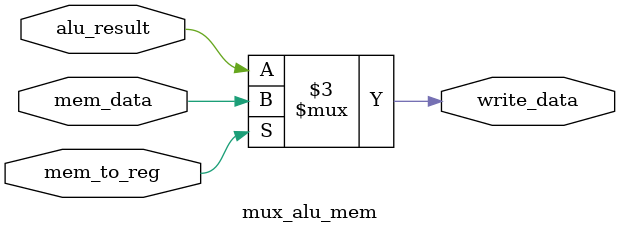
<source format=v>
`timescale 1ns / 1ps
 module mux_alu_mem (
    input        alu_result,         // ALU result
    input        mem_data,           // Data read from memory
    input        mem_to_reg,         // Control signal to select between ALU or Mem data
    output reg   write_data          // Data to be written to register file
);

    always @(*) begin
        if (mem_to_reg)
            write_data = mem_data;  // Select memory data if `mem_to_reg` is high
        else
            write_data = alu_result;  // Otherwise, select ALU result
    end
endmodule


</source>
